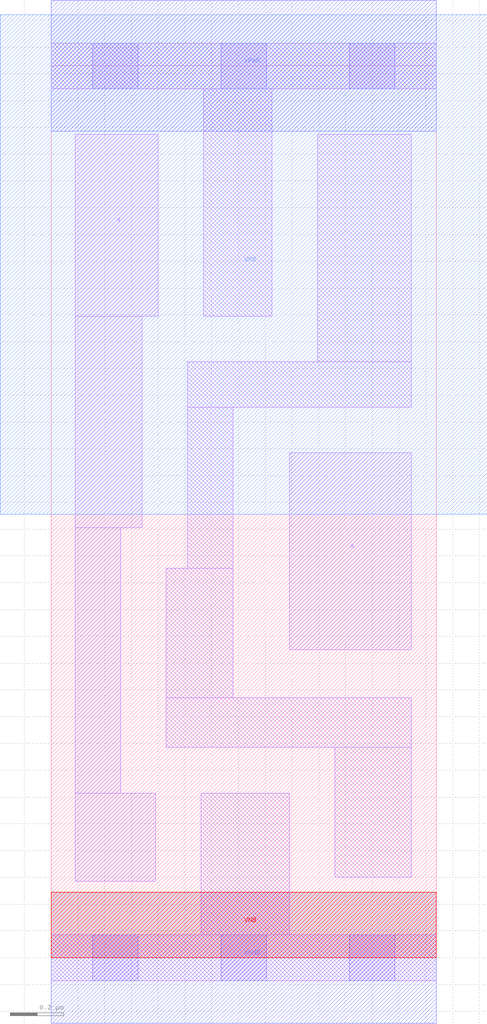
<source format=lef>
# Copyright 2020 The SkyWater PDK Authors
#
# Licensed under the Apache License, Version 2.0 (the "License");
# you may not use this file except in compliance with the License.
# You may obtain a copy of the License at
#
#     https://www.apache.org/licenses/LICENSE-2.0
#
# Unless required by applicable law or agreed to in writing, software
# distributed under the License is distributed on an "AS IS" BASIS,
# WITHOUT WARRANTIES OR CONDITIONS OF ANY KIND, either express or implied.
# See the License for the specific language governing permissions and
# limitations under the License.
#
# SPDX-License-Identifier: Apache-2.0

VERSION 5.7 ;
  NOWIREEXTENSIONATPIN ON ;
  DIVIDERCHAR "/" ;
  BUSBITCHARS "[]" ;
MACRO sky130_fd_sc_lp__buf_0
  CLASS CORE ;
  FOREIGN sky130_fd_sc_lp__buf_0 ;
  ORIGIN  0.000000  0.000000 ;
  SIZE  1.440000 BY  3.330000 ;
  SYMMETRY X Y R90 ;
  SITE unit ;
  PIN A
    ANTENNAGATEAREA  0.126000 ;
    DIRECTION INPUT ;
    USE SIGNAL ;
    PORT
      LAYER li1 ;
        RECT 0.890000 1.150000 1.345000 1.885000 ;
    END
  END A
  PIN X
    ANTENNADIFFAREA  0.280900 ;
    DIRECTION OUTPUT ;
    USE SIGNAL ;
    PORT
      LAYER li1 ;
        RECT 0.090000 0.285000 0.390000 0.615000 ;
        RECT 0.090000 0.615000 0.260000 1.605000 ;
        RECT 0.090000 1.605000 0.340000 2.395000 ;
        RECT 0.090000 2.395000 0.400000 3.075000 ;
    END
  END X
  PIN VGND
    DIRECTION INOUT ;
    USE GROUND ;
    PORT
      LAYER met1 ;
        RECT 0.000000 -0.245000 1.440000 0.245000 ;
    END
  END VGND
  PIN VNB
    DIRECTION INOUT ;
    USE GROUND ;
    PORT
      LAYER pwell ;
        RECT 0.000000 0.000000 1.440000 0.245000 ;
    END
  END VNB
  PIN VPB
    DIRECTION INOUT ;
    USE POWER ;
    PORT
      LAYER nwell ;
        RECT -0.190000 1.655000 1.630000 3.520000 ;
    END
  END VPB
  PIN VPWR
    DIRECTION INOUT ;
    USE POWER ;
    PORT
      LAYER met1 ;
        RECT 0.000000 3.085000 1.440000 3.575000 ;
    END
  END VPWR
  OBS
    LAYER li1 ;
      RECT 0.000000 -0.085000 1.440000 0.085000 ;
      RECT 0.000000  3.245000 1.440000 3.415000 ;
      RECT 0.430000  0.785000 1.345000 0.970000 ;
      RECT 0.430000  0.970000 0.680000 1.455000 ;
      RECT 0.510000  1.455000 0.680000 2.055000 ;
      RECT 0.510000  2.055000 1.345000 2.225000 ;
      RECT 0.560000  0.085000 0.890000 0.615000 ;
      RECT 0.570000  2.395000 0.825000 3.245000 ;
      RECT 0.995000  2.225000 1.345000 3.075000 ;
      RECT 1.060000  0.300000 1.345000 0.785000 ;
    LAYER mcon ;
      RECT 0.155000 -0.085000 0.325000 0.085000 ;
      RECT 0.155000  3.245000 0.325000 3.415000 ;
      RECT 0.635000 -0.085000 0.805000 0.085000 ;
      RECT 0.635000  3.245000 0.805000 3.415000 ;
      RECT 1.115000 -0.085000 1.285000 0.085000 ;
      RECT 1.115000  3.245000 1.285000 3.415000 ;
  END
END sky130_fd_sc_lp__buf_0
END LIBRARY

</source>
